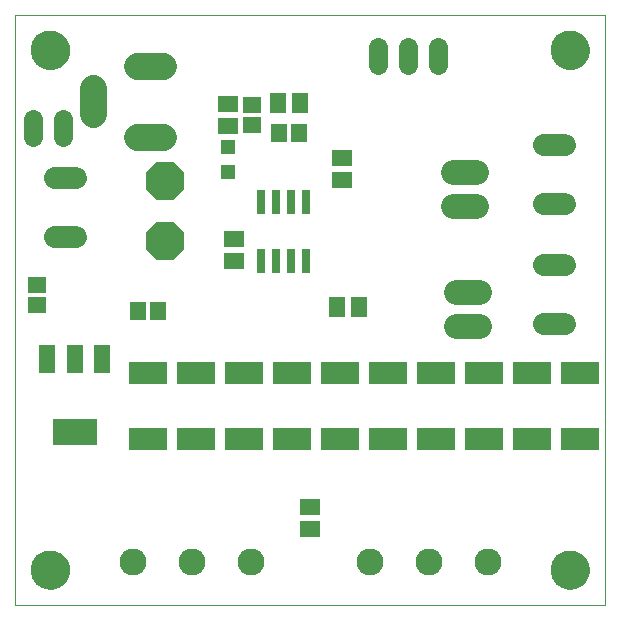
<source format=gts>
G75*
%MOIN*%
%OFA0B0*%
%FSLAX25Y25*%
%IPPOS*%
%LPD*%
%AMOC8*
5,1,8,0,0,1.08239X$1,22.5*
%
%ADD10C,0.00000*%
%ADD11C,0.12998*%
%ADD12R,0.06306X0.05518*%
%ADD13R,0.05518X0.06306*%
%ADD14OC8,0.12800*%
%ADD15C,0.09000*%
%ADD16R,0.05124X0.05124*%
%ADD17R,0.12998X0.07487*%
%ADD18R,0.06699X0.05518*%
%ADD19R,0.05518X0.06699*%
%ADD20C,0.08200*%
%ADD21R,0.02762X0.08195*%
%ADD22C,0.07450*%
%ADD23R,0.05200X0.09200*%
%ADD24R,0.14573X0.09061*%
%ADD25C,0.06400*%
%ADD26C,0.09000*%
D10*
X0002300Y0040837D02*
X0199150Y0040837D01*
X0199150Y0237687D01*
X0002300Y0237687D01*
X0002300Y0040837D01*
X0007812Y0052648D02*
X0007814Y0052806D01*
X0007820Y0052964D01*
X0007830Y0053122D01*
X0007844Y0053280D01*
X0007862Y0053437D01*
X0007883Y0053594D01*
X0007909Y0053750D01*
X0007939Y0053906D01*
X0007972Y0054061D01*
X0008010Y0054214D01*
X0008051Y0054367D01*
X0008096Y0054519D01*
X0008145Y0054670D01*
X0008198Y0054819D01*
X0008254Y0054967D01*
X0008314Y0055113D01*
X0008378Y0055258D01*
X0008446Y0055401D01*
X0008517Y0055543D01*
X0008591Y0055683D01*
X0008669Y0055820D01*
X0008751Y0055956D01*
X0008835Y0056090D01*
X0008924Y0056221D01*
X0009015Y0056350D01*
X0009110Y0056477D01*
X0009207Y0056602D01*
X0009308Y0056724D01*
X0009412Y0056843D01*
X0009519Y0056960D01*
X0009629Y0057074D01*
X0009742Y0057185D01*
X0009857Y0057294D01*
X0009975Y0057399D01*
X0010096Y0057501D01*
X0010219Y0057601D01*
X0010345Y0057697D01*
X0010473Y0057790D01*
X0010603Y0057880D01*
X0010736Y0057966D01*
X0010871Y0058050D01*
X0011007Y0058129D01*
X0011146Y0058206D01*
X0011287Y0058278D01*
X0011429Y0058348D01*
X0011573Y0058413D01*
X0011719Y0058475D01*
X0011866Y0058533D01*
X0012015Y0058588D01*
X0012165Y0058639D01*
X0012316Y0058686D01*
X0012468Y0058729D01*
X0012621Y0058768D01*
X0012776Y0058804D01*
X0012931Y0058835D01*
X0013087Y0058863D01*
X0013243Y0058887D01*
X0013400Y0058907D01*
X0013558Y0058923D01*
X0013715Y0058935D01*
X0013874Y0058943D01*
X0014032Y0058947D01*
X0014190Y0058947D01*
X0014348Y0058943D01*
X0014507Y0058935D01*
X0014664Y0058923D01*
X0014822Y0058907D01*
X0014979Y0058887D01*
X0015135Y0058863D01*
X0015291Y0058835D01*
X0015446Y0058804D01*
X0015601Y0058768D01*
X0015754Y0058729D01*
X0015906Y0058686D01*
X0016057Y0058639D01*
X0016207Y0058588D01*
X0016356Y0058533D01*
X0016503Y0058475D01*
X0016649Y0058413D01*
X0016793Y0058348D01*
X0016935Y0058278D01*
X0017076Y0058206D01*
X0017215Y0058129D01*
X0017351Y0058050D01*
X0017486Y0057966D01*
X0017619Y0057880D01*
X0017749Y0057790D01*
X0017877Y0057697D01*
X0018003Y0057601D01*
X0018126Y0057501D01*
X0018247Y0057399D01*
X0018365Y0057294D01*
X0018480Y0057185D01*
X0018593Y0057074D01*
X0018703Y0056960D01*
X0018810Y0056843D01*
X0018914Y0056724D01*
X0019015Y0056602D01*
X0019112Y0056477D01*
X0019207Y0056350D01*
X0019298Y0056221D01*
X0019387Y0056090D01*
X0019471Y0055956D01*
X0019553Y0055820D01*
X0019631Y0055683D01*
X0019705Y0055543D01*
X0019776Y0055401D01*
X0019844Y0055258D01*
X0019908Y0055113D01*
X0019968Y0054967D01*
X0020024Y0054819D01*
X0020077Y0054670D01*
X0020126Y0054519D01*
X0020171Y0054367D01*
X0020212Y0054214D01*
X0020250Y0054061D01*
X0020283Y0053906D01*
X0020313Y0053750D01*
X0020339Y0053594D01*
X0020360Y0053437D01*
X0020378Y0053280D01*
X0020392Y0053122D01*
X0020402Y0052964D01*
X0020408Y0052806D01*
X0020410Y0052648D01*
X0020408Y0052490D01*
X0020402Y0052332D01*
X0020392Y0052174D01*
X0020378Y0052016D01*
X0020360Y0051859D01*
X0020339Y0051702D01*
X0020313Y0051546D01*
X0020283Y0051390D01*
X0020250Y0051235D01*
X0020212Y0051082D01*
X0020171Y0050929D01*
X0020126Y0050777D01*
X0020077Y0050626D01*
X0020024Y0050477D01*
X0019968Y0050329D01*
X0019908Y0050183D01*
X0019844Y0050038D01*
X0019776Y0049895D01*
X0019705Y0049753D01*
X0019631Y0049613D01*
X0019553Y0049476D01*
X0019471Y0049340D01*
X0019387Y0049206D01*
X0019298Y0049075D01*
X0019207Y0048946D01*
X0019112Y0048819D01*
X0019015Y0048694D01*
X0018914Y0048572D01*
X0018810Y0048453D01*
X0018703Y0048336D01*
X0018593Y0048222D01*
X0018480Y0048111D01*
X0018365Y0048002D01*
X0018247Y0047897D01*
X0018126Y0047795D01*
X0018003Y0047695D01*
X0017877Y0047599D01*
X0017749Y0047506D01*
X0017619Y0047416D01*
X0017486Y0047330D01*
X0017351Y0047246D01*
X0017215Y0047167D01*
X0017076Y0047090D01*
X0016935Y0047018D01*
X0016793Y0046948D01*
X0016649Y0046883D01*
X0016503Y0046821D01*
X0016356Y0046763D01*
X0016207Y0046708D01*
X0016057Y0046657D01*
X0015906Y0046610D01*
X0015754Y0046567D01*
X0015601Y0046528D01*
X0015446Y0046492D01*
X0015291Y0046461D01*
X0015135Y0046433D01*
X0014979Y0046409D01*
X0014822Y0046389D01*
X0014664Y0046373D01*
X0014507Y0046361D01*
X0014348Y0046353D01*
X0014190Y0046349D01*
X0014032Y0046349D01*
X0013874Y0046353D01*
X0013715Y0046361D01*
X0013558Y0046373D01*
X0013400Y0046389D01*
X0013243Y0046409D01*
X0013087Y0046433D01*
X0012931Y0046461D01*
X0012776Y0046492D01*
X0012621Y0046528D01*
X0012468Y0046567D01*
X0012316Y0046610D01*
X0012165Y0046657D01*
X0012015Y0046708D01*
X0011866Y0046763D01*
X0011719Y0046821D01*
X0011573Y0046883D01*
X0011429Y0046948D01*
X0011287Y0047018D01*
X0011146Y0047090D01*
X0011007Y0047167D01*
X0010871Y0047246D01*
X0010736Y0047330D01*
X0010603Y0047416D01*
X0010473Y0047506D01*
X0010345Y0047599D01*
X0010219Y0047695D01*
X0010096Y0047795D01*
X0009975Y0047897D01*
X0009857Y0048002D01*
X0009742Y0048111D01*
X0009629Y0048222D01*
X0009519Y0048336D01*
X0009412Y0048453D01*
X0009308Y0048572D01*
X0009207Y0048694D01*
X0009110Y0048819D01*
X0009015Y0048946D01*
X0008924Y0049075D01*
X0008835Y0049206D01*
X0008751Y0049340D01*
X0008669Y0049476D01*
X0008591Y0049613D01*
X0008517Y0049753D01*
X0008446Y0049895D01*
X0008378Y0050038D01*
X0008314Y0050183D01*
X0008254Y0050329D01*
X0008198Y0050477D01*
X0008145Y0050626D01*
X0008096Y0050777D01*
X0008051Y0050929D01*
X0008010Y0051082D01*
X0007972Y0051235D01*
X0007939Y0051390D01*
X0007909Y0051546D01*
X0007883Y0051702D01*
X0007862Y0051859D01*
X0007844Y0052016D01*
X0007830Y0052174D01*
X0007820Y0052332D01*
X0007814Y0052490D01*
X0007812Y0052648D01*
X0007812Y0225876D02*
X0007814Y0226034D01*
X0007820Y0226192D01*
X0007830Y0226350D01*
X0007844Y0226508D01*
X0007862Y0226665D01*
X0007883Y0226822D01*
X0007909Y0226978D01*
X0007939Y0227134D01*
X0007972Y0227289D01*
X0008010Y0227442D01*
X0008051Y0227595D01*
X0008096Y0227747D01*
X0008145Y0227898D01*
X0008198Y0228047D01*
X0008254Y0228195D01*
X0008314Y0228341D01*
X0008378Y0228486D01*
X0008446Y0228629D01*
X0008517Y0228771D01*
X0008591Y0228911D01*
X0008669Y0229048D01*
X0008751Y0229184D01*
X0008835Y0229318D01*
X0008924Y0229449D01*
X0009015Y0229578D01*
X0009110Y0229705D01*
X0009207Y0229830D01*
X0009308Y0229952D01*
X0009412Y0230071D01*
X0009519Y0230188D01*
X0009629Y0230302D01*
X0009742Y0230413D01*
X0009857Y0230522D01*
X0009975Y0230627D01*
X0010096Y0230729D01*
X0010219Y0230829D01*
X0010345Y0230925D01*
X0010473Y0231018D01*
X0010603Y0231108D01*
X0010736Y0231194D01*
X0010871Y0231278D01*
X0011007Y0231357D01*
X0011146Y0231434D01*
X0011287Y0231506D01*
X0011429Y0231576D01*
X0011573Y0231641D01*
X0011719Y0231703D01*
X0011866Y0231761D01*
X0012015Y0231816D01*
X0012165Y0231867D01*
X0012316Y0231914D01*
X0012468Y0231957D01*
X0012621Y0231996D01*
X0012776Y0232032D01*
X0012931Y0232063D01*
X0013087Y0232091D01*
X0013243Y0232115D01*
X0013400Y0232135D01*
X0013558Y0232151D01*
X0013715Y0232163D01*
X0013874Y0232171D01*
X0014032Y0232175D01*
X0014190Y0232175D01*
X0014348Y0232171D01*
X0014507Y0232163D01*
X0014664Y0232151D01*
X0014822Y0232135D01*
X0014979Y0232115D01*
X0015135Y0232091D01*
X0015291Y0232063D01*
X0015446Y0232032D01*
X0015601Y0231996D01*
X0015754Y0231957D01*
X0015906Y0231914D01*
X0016057Y0231867D01*
X0016207Y0231816D01*
X0016356Y0231761D01*
X0016503Y0231703D01*
X0016649Y0231641D01*
X0016793Y0231576D01*
X0016935Y0231506D01*
X0017076Y0231434D01*
X0017215Y0231357D01*
X0017351Y0231278D01*
X0017486Y0231194D01*
X0017619Y0231108D01*
X0017749Y0231018D01*
X0017877Y0230925D01*
X0018003Y0230829D01*
X0018126Y0230729D01*
X0018247Y0230627D01*
X0018365Y0230522D01*
X0018480Y0230413D01*
X0018593Y0230302D01*
X0018703Y0230188D01*
X0018810Y0230071D01*
X0018914Y0229952D01*
X0019015Y0229830D01*
X0019112Y0229705D01*
X0019207Y0229578D01*
X0019298Y0229449D01*
X0019387Y0229318D01*
X0019471Y0229184D01*
X0019553Y0229048D01*
X0019631Y0228911D01*
X0019705Y0228771D01*
X0019776Y0228629D01*
X0019844Y0228486D01*
X0019908Y0228341D01*
X0019968Y0228195D01*
X0020024Y0228047D01*
X0020077Y0227898D01*
X0020126Y0227747D01*
X0020171Y0227595D01*
X0020212Y0227442D01*
X0020250Y0227289D01*
X0020283Y0227134D01*
X0020313Y0226978D01*
X0020339Y0226822D01*
X0020360Y0226665D01*
X0020378Y0226508D01*
X0020392Y0226350D01*
X0020402Y0226192D01*
X0020408Y0226034D01*
X0020410Y0225876D01*
X0020408Y0225718D01*
X0020402Y0225560D01*
X0020392Y0225402D01*
X0020378Y0225244D01*
X0020360Y0225087D01*
X0020339Y0224930D01*
X0020313Y0224774D01*
X0020283Y0224618D01*
X0020250Y0224463D01*
X0020212Y0224310D01*
X0020171Y0224157D01*
X0020126Y0224005D01*
X0020077Y0223854D01*
X0020024Y0223705D01*
X0019968Y0223557D01*
X0019908Y0223411D01*
X0019844Y0223266D01*
X0019776Y0223123D01*
X0019705Y0222981D01*
X0019631Y0222841D01*
X0019553Y0222704D01*
X0019471Y0222568D01*
X0019387Y0222434D01*
X0019298Y0222303D01*
X0019207Y0222174D01*
X0019112Y0222047D01*
X0019015Y0221922D01*
X0018914Y0221800D01*
X0018810Y0221681D01*
X0018703Y0221564D01*
X0018593Y0221450D01*
X0018480Y0221339D01*
X0018365Y0221230D01*
X0018247Y0221125D01*
X0018126Y0221023D01*
X0018003Y0220923D01*
X0017877Y0220827D01*
X0017749Y0220734D01*
X0017619Y0220644D01*
X0017486Y0220558D01*
X0017351Y0220474D01*
X0017215Y0220395D01*
X0017076Y0220318D01*
X0016935Y0220246D01*
X0016793Y0220176D01*
X0016649Y0220111D01*
X0016503Y0220049D01*
X0016356Y0219991D01*
X0016207Y0219936D01*
X0016057Y0219885D01*
X0015906Y0219838D01*
X0015754Y0219795D01*
X0015601Y0219756D01*
X0015446Y0219720D01*
X0015291Y0219689D01*
X0015135Y0219661D01*
X0014979Y0219637D01*
X0014822Y0219617D01*
X0014664Y0219601D01*
X0014507Y0219589D01*
X0014348Y0219581D01*
X0014190Y0219577D01*
X0014032Y0219577D01*
X0013874Y0219581D01*
X0013715Y0219589D01*
X0013558Y0219601D01*
X0013400Y0219617D01*
X0013243Y0219637D01*
X0013087Y0219661D01*
X0012931Y0219689D01*
X0012776Y0219720D01*
X0012621Y0219756D01*
X0012468Y0219795D01*
X0012316Y0219838D01*
X0012165Y0219885D01*
X0012015Y0219936D01*
X0011866Y0219991D01*
X0011719Y0220049D01*
X0011573Y0220111D01*
X0011429Y0220176D01*
X0011287Y0220246D01*
X0011146Y0220318D01*
X0011007Y0220395D01*
X0010871Y0220474D01*
X0010736Y0220558D01*
X0010603Y0220644D01*
X0010473Y0220734D01*
X0010345Y0220827D01*
X0010219Y0220923D01*
X0010096Y0221023D01*
X0009975Y0221125D01*
X0009857Y0221230D01*
X0009742Y0221339D01*
X0009629Y0221450D01*
X0009519Y0221564D01*
X0009412Y0221681D01*
X0009308Y0221800D01*
X0009207Y0221922D01*
X0009110Y0222047D01*
X0009015Y0222174D01*
X0008924Y0222303D01*
X0008835Y0222434D01*
X0008751Y0222568D01*
X0008669Y0222704D01*
X0008591Y0222841D01*
X0008517Y0222981D01*
X0008446Y0223123D01*
X0008378Y0223266D01*
X0008314Y0223411D01*
X0008254Y0223557D01*
X0008198Y0223705D01*
X0008145Y0223854D01*
X0008096Y0224005D01*
X0008051Y0224157D01*
X0008010Y0224310D01*
X0007972Y0224463D01*
X0007939Y0224618D01*
X0007909Y0224774D01*
X0007883Y0224930D01*
X0007862Y0225087D01*
X0007844Y0225244D01*
X0007830Y0225402D01*
X0007820Y0225560D01*
X0007814Y0225718D01*
X0007812Y0225876D01*
X0181040Y0225876D02*
X0181042Y0226034D01*
X0181048Y0226192D01*
X0181058Y0226350D01*
X0181072Y0226508D01*
X0181090Y0226665D01*
X0181111Y0226822D01*
X0181137Y0226978D01*
X0181167Y0227134D01*
X0181200Y0227289D01*
X0181238Y0227442D01*
X0181279Y0227595D01*
X0181324Y0227747D01*
X0181373Y0227898D01*
X0181426Y0228047D01*
X0181482Y0228195D01*
X0181542Y0228341D01*
X0181606Y0228486D01*
X0181674Y0228629D01*
X0181745Y0228771D01*
X0181819Y0228911D01*
X0181897Y0229048D01*
X0181979Y0229184D01*
X0182063Y0229318D01*
X0182152Y0229449D01*
X0182243Y0229578D01*
X0182338Y0229705D01*
X0182435Y0229830D01*
X0182536Y0229952D01*
X0182640Y0230071D01*
X0182747Y0230188D01*
X0182857Y0230302D01*
X0182970Y0230413D01*
X0183085Y0230522D01*
X0183203Y0230627D01*
X0183324Y0230729D01*
X0183447Y0230829D01*
X0183573Y0230925D01*
X0183701Y0231018D01*
X0183831Y0231108D01*
X0183964Y0231194D01*
X0184099Y0231278D01*
X0184235Y0231357D01*
X0184374Y0231434D01*
X0184515Y0231506D01*
X0184657Y0231576D01*
X0184801Y0231641D01*
X0184947Y0231703D01*
X0185094Y0231761D01*
X0185243Y0231816D01*
X0185393Y0231867D01*
X0185544Y0231914D01*
X0185696Y0231957D01*
X0185849Y0231996D01*
X0186004Y0232032D01*
X0186159Y0232063D01*
X0186315Y0232091D01*
X0186471Y0232115D01*
X0186628Y0232135D01*
X0186786Y0232151D01*
X0186943Y0232163D01*
X0187102Y0232171D01*
X0187260Y0232175D01*
X0187418Y0232175D01*
X0187576Y0232171D01*
X0187735Y0232163D01*
X0187892Y0232151D01*
X0188050Y0232135D01*
X0188207Y0232115D01*
X0188363Y0232091D01*
X0188519Y0232063D01*
X0188674Y0232032D01*
X0188829Y0231996D01*
X0188982Y0231957D01*
X0189134Y0231914D01*
X0189285Y0231867D01*
X0189435Y0231816D01*
X0189584Y0231761D01*
X0189731Y0231703D01*
X0189877Y0231641D01*
X0190021Y0231576D01*
X0190163Y0231506D01*
X0190304Y0231434D01*
X0190443Y0231357D01*
X0190579Y0231278D01*
X0190714Y0231194D01*
X0190847Y0231108D01*
X0190977Y0231018D01*
X0191105Y0230925D01*
X0191231Y0230829D01*
X0191354Y0230729D01*
X0191475Y0230627D01*
X0191593Y0230522D01*
X0191708Y0230413D01*
X0191821Y0230302D01*
X0191931Y0230188D01*
X0192038Y0230071D01*
X0192142Y0229952D01*
X0192243Y0229830D01*
X0192340Y0229705D01*
X0192435Y0229578D01*
X0192526Y0229449D01*
X0192615Y0229318D01*
X0192699Y0229184D01*
X0192781Y0229048D01*
X0192859Y0228911D01*
X0192933Y0228771D01*
X0193004Y0228629D01*
X0193072Y0228486D01*
X0193136Y0228341D01*
X0193196Y0228195D01*
X0193252Y0228047D01*
X0193305Y0227898D01*
X0193354Y0227747D01*
X0193399Y0227595D01*
X0193440Y0227442D01*
X0193478Y0227289D01*
X0193511Y0227134D01*
X0193541Y0226978D01*
X0193567Y0226822D01*
X0193588Y0226665D01*
X0193606Y0226508D01*
X0193620Y0226350D01*
X0193630Y0226192D01*
X0193636Y0226034D01*
X0193638Y0225876D01*
X0193636Y0225718D01*
X0193630Y0225560D01*
X0193620Y0225402D01*
X0193606Y0225244D01*
X0193588Y0225087D01*
X0193567Y0224930D01*
X0193541Y0224774D01*
X0193511Y0224618D01*
X0193478Y0224463D01*
X0193440Y0224310D01*
X0193399Y0224157D01*
X0193354Y0224005D01*
X0193305Y0223854D01*
X0193252Y0223705D01*
X0193196Y0223557D01*
X0193136Y0223411D01*
X0193072Y0223266D01*
X0193004Y0223123D01*
X0192933Y0222981D01*
X0192859Y0222841D01*
X0192781Y0222704D01*
X0192699Y0222568D01*
X0192615Y0222434D01*
X0192526Y0222303D01*
X0192435Y0222174D01*
X0192340Y0222047D01*
X0192243Y0221922D01*
X0192142Y0221800D01*
X0192038Y0221681D01*
X0191931Y0221564D01*
X0191821Y0221450D01*
X0191708Y0221339D01*
X0191593Y0221230D01*
X0191475Y0221125D01*
X0191354Y0221023D01*
X0191231Y0220923D01*
X0191105Y0220827D01*
X0190977Y0220734D01*
X0190847Y0220644D01*
X0190714Y0220558D01*
X0190579Y0220474D01*
X0190443Y0220395D01*
X0190304Y0220318D01*
X0190163Y0220246D01*
X0190021Y0220176D01*
X0189877Y0220111D01*
X0189731Y0220049D01*
X0189584Y0219991D01*
X0189435Y0219936D01*
X0189285Y0219885D01*
X0189134Y0219838D01*
X0188982Y0219795D01*
X0188829Y0219756D01*
X0188674Y0219720D01*
X0188519Y0219689D01*
X0188363Y0219661D01*
X0188207Y0219637D01*
X0188050Y0219617D01*
X0187892Y0219601D01*
X0187735Y0219589D01*
X0187576Y0219581D01*
X0187418Y0219577D01*
X0187260Y0219577D01*
X0187102Y0219581D01*
X0186943Y0219589D01*
X0186786Y0219601D01*
X0186628Y0219617D01*
X0186471Y0219637D01*
X0186315Y0219661D01*
X0186159Y0219689D01*
X0186004Y0219720D01*
X0185849Y0219756D01*
X0185696Y0219795D01*
X0185544Y0219838D01*
X0185393Y0219885D01*
X0185243Y0219936D01*
X0185094Y0219991D01*
X0184947Y0220049D01*
X0184801Y0220111D01*
X0184657Y0220176D01*
X0184515Y0220246D01*
X0184374Y0220318D01*
X0184235Y0220395D01*
X0184099Y0220474D01*
X0183964Y0220558D01*
X0183831Y0220644D01*
X0183701Y0220734D01*
X0183573Y0220827D01*
X0183447Y0220923D01*
X0183324Y0221023D01*
X0183203Y0221125D01*
X0183085Y0221230D01*
X0182970Y0221339D01*
X0182857Y0221450D01*
X0182747Y0221564D01*
X0182640Y0221681D01*
X0182536Y0221800D01*
X0182435Y0221922D01*
X0182338Y0222047D01*
X0182243Y0222174D01*
X0182152Y0222303D01*
X0182063Y0222434D01*
X0181979Y0222568D01*
X0181897Y0222704D01*
X0181819Y0222841D01*
X0181745Y0222981D01*
X0181674Y0223123D01*
X0181606Y0223266D01*
X0181542Y0223411D01*
X0181482Y0223557D01*
X0181426Y0223705D01*
X0181373Y0223854D01*
X0181324Y0224005D01*
X0181279Y0224157D01*
X0181238Y0224310D01*
X0181200Y0224463D01*
X0181167Y0224618D01*
X0181137Y0224774D01*
X0181111Y0224930D01*
X0181090Y0225087D01*
X0181072Y0225244D01*
X0181058Y0225402D01*
X0181048Y0225560D01*
X0181042Y0225718D01*
X0181040Y0225876D01*
X0181040Y0052648D02*
X0181042Y0052806D01*
X0181048Y0052964D01*
X0181058Y0053122D01*
X0181072Y0053280D01*
X0181090Y0053437D01*
X0181111Y0053594D01*
X0181137Y0053750D01*
X0181167Y0053906D01*
X0181200Y0054061D01*
X0181238Y0054214D01*
X0181279Y0054367D01*
X0181324Y0054519D01*
X0181373Y0054670D01*
X0181426Y0054819D01*
X0181482Y0054967D01*
X0181542Y0055113D01*
X0181606Y0055258D01*
X0181674Y0055401D01*
X0181745Y0055543D01*
X0181819Y0055683D01*
X0181897Y0055820D01*
X0181979Y0055956D01*
X0182063Y0056090D01*
X0182152Y0056221D01*
X0182243Y0056350D01*
X0182338Y0056477D01*
X0182435Y0056602D01*
X0182536Y0056724D01*
X0182640Y0056843D01*
X0182747Y0056960D01*
X0182857Y0057074D01*
X0182970Y0057185D01*
X0183085Y0057294D01*
X0183203Y0057399D01*
X0183324Y0057501D01*
X0183447Y0057601D01*
X0183573Y0057697D01*
X0183701Y0057790D01*
X0183831Y0057880D01*
X0183964Y0057966D01*
X0184099Y0058050D01*
X0184235Y0058129D01*
X0184374Y0058206D01*
X0184515Y0058278D01*
X0184657Y0058348D01*
X0184801Y0058413D01*
X0184947Y0058475D01*
X0185094Y0058533D01*
X0185243Y0058588D01*
X0185393Y0058639D01*
X0185544Y0058686D01*
X0185696Y0058729D01*
X0185849Y0058768D01*
X0186004Y0058804D01*
X0186159Y0058835D01*
X0186315Y0058863D01*
X0186471Y0058887D01*
X0186628Y0058907D01*
X0186786Y0058923D01*
X0186943Y0058935D01*
X0187102Y0058943D01*
X0187260Y0058947D01*
X0187418Y0058947D01*
X0187576Y0058943D01*
X0187735Y0058935D01*
X0187892Y0058923D01*
X0188050Y0058907D01*
X0188207Y0058887D01*
X0188363Y0058863D01*
X0188519Y0058835D01*
X0188674Y0058804D01*
X0188829Y0058768D01*
X0188982Y0058729D01*
X0189134Y0058686D01*
X0189285Y0058639D01*
X0189435Y0058588D01*
X0189584Y0058533D01*
X0189731Y0058475D01*
X0189877Y0058413D01*
X0190021Y0058348D01*
X0190163Y0058278D01*
X0190304Y0058206D01*
X0190443Y0058129D01*
X0190579Y0058050D01*
X0190714Y0057966D01*
X0190847Y0057880D01*
X0190977Y0057790D01*
X0191105Y0057697D01*
X0191231Y0057601D01*
X0191354Y0057501D01*
X0191475Y0057399D01*
X0191593Y0057294D01*
X0191708Y0057185D01*
X0191821Y0057074D01*
X0191931Y0056960D01*
X0192038Y0056843D01*
X0192142Y0056724D01*
X0192243Y0056602D01*
X0192340Y0056477D01*
X0192435Y0056350D01*
X0192526Y0056221D01*
X0192615Y0056090D01*
X0192699Y0055956D01*
X0192781Y0055820D01*
X0192859Y0055683D01*
X0192933Y0055543D01*
X0193004Y0055401D01*
X0193072Y0055258D01*
X0193136Y0055113D01*
X0193196Y0054967D01*
X0193252Y0054819D01*
X0193305Y0054670D01*
X0193354Y0054519D01*
X0193399Y0054367D01*
X0193440Y0054214D01*
X0193478Y0054061D01*
X0193511Y0053906D01*
X0193541Y0053750D01*
X0193567Y0053594D01*
X0193588Y0053437D01*
X0193606Y0053280D01*
X0193620Y0053122D01*
X0193630Y0052964D01*
X0193636Y0052806D01*
X0193638Y0052648D01*
X0193636Y0052490D01*
X0193630Y0052332D01*
X0193620Y0052174D01*
X0193606Y0052016D01*
X0193588Y0051859D01*
X0193567Y0051702D01*
X0193541Y0051546D01*
X0193511Y0051390D01*
X0193478Y0051235D01*
X0193440Y0051082D01*
X0193399Y0050929D01*
X0193354Y0050777D01*
X0193305Y0050626D01*
X0193252Y0050477D01*
X0193196Y0050329D01*
X0193136Y0050183D01*
X0193072Y0050038D01*
X0193004Y0049895D01*
X0192933Y0049753D01*
X0192859Y0049613D01*
X0192781Y0049476D01*
X0192699Y0049340D01*
X0192615Y0049206D01*
X0192526Y0049075D01*
X0192435Y0048946D01*
X0192340Y0048819D01*
X0192243Y0048694D01*
X0192142Y0048572D01*
X0192038Y0048453D01*
X0191931Y0048336D01*
X0191821Y0048222D01*
X0191708Y0048111D01*
X0191593Y0048002D01*
X0191475Y0047897D01*
X0191354Y0047795D01*
X0191231Y0047695D01*
X0191105Y0047599D01*
X0190977Y0047506D01*
X0190847Y0047416D01*
X0190714Y0047330D01*
X0190579Y0047246D01*
X0190443Y0047167D01*
X0190304Y0047090D01*
X0190163Y0047018D01*
X0190021Y0046948D01*
X0189877Y0046883D01*
X0189731Y0046821D01*
X0189584Y0046763D01*
X0189435Y0046708D01*
X0189285Y0046657D01*
X0189134Y0046610D01*
X0188982Y0046567D01*
X0188829Y0046528D01*
X0188674Y0046492D01*
X0188519Y0046461D01*
X0188363Y0046433D01*
X0188207Y0046409D01*
X0188050Y0046389D01*
X0187892Y0046373D01*
X0187735Y0046361D01*
X0187576Y0046353D01*
X0187418Y0046349D01*
X0187260Y0046349D01*
X0187102Y0046353D01*
X0186943Y0046361D01*
X0186786Y0046373D01*
X0186628Y0046389D01*
X0186471Y0046409D01*
X0186315Y0046433D01*
X0186159Y0046461D01*
X0186004Y0046492D01*
X0185849Y0046528D01*
X0185696Y0046567D01*
X0185544Y0046610D01*
X0185393Y0046657D01*
X0185243Y0046708D01*
X0185094Y0046763D01*
X0184947Y0046821D01*
X0184801Y0046883D01*
X0184657Y0046948D01*
X0184515Y0047018D01*
X0184374Y0047090D01*
X0184235Y0047167D01*
X0184099Y0047246D01*
X0183964Y0047330D01*
X0183831Y0047416D01*
X0183701Y0047506D01*
X0183573Y0047599D01*
X0183447Y0047695D01*
X0183324Y0047795D01*
X0183203Y0047897D01*
X0183085Y0048002D01*
X0182970Y0048111D01*
X0182857Y0048222D01*
X0182747Y0048336D01*
X0182640Y0048453D01*
X0182536Y0048572D01*
X0182435Y0048694D01*
X0182338Y0048819D01*
X0182243Y0048946D01*
X0182152Y0049075D01*
X0182063Y0049206D01*
X0181979Y0049340D01*
X0181897Y0049476D01*
X0181819Y0049613D01*
X0181745Y0049753D01*
X0181674Y0049895D01*
X0181606Y0050038D01*
X0181542Y0050183D01*
X0181482Y0050329D01*
X0181426Y0050477D01*
X0181373Y0050626D01*
X0181324Y0050777D01*
X0181279Y0050929D01*
X0181238Y0051082D01*
X0181200Y0051235D01*
X0181167Y0051390D01*
X0181137Y0051546D01*
X0181111Y0051702D01*
X0181090Y0051859D01*
X0181072Y0052016D01*
X0181058Y0052174D01*
X0181048Y0052332D01*
X0181042Y0052490D01*
X0181040Y0052648D01*
D11*
X0187339Y0052648D03*
X0187339Y0225876D03*
X0014111Y0225876D03*
X0014111Y0052648D03*
D12*
X0009800Y0140991D03*
X0009800Y0147683D03*
X0081300Y0200991D03*
X0081300Y0207683D03*
D13*
X0090454Y0198337D03*
X0097146Y0198337D03*
X0050146Y0138837D03*
X0043454Y0138837D03*
D14*
X0052300Y0162337D03*
X0052300Y0182337D03*
D15*
X0051600Y0197026D02*
X0043000Y0197026D01*
X0028402Y0204537D02*
X0028402Y0213137D01*
X0043000Y0220648D02*
X0051600Y0220648D01*
D16*
X0073300Y0193471D03*
X0073300Y0185203D03*
D17*
X0078800Y0118361D03*
X0062800Y0118361D03*
X0046800Y0118361D03*
X0046800Y0096313D03*
X0062800Y0096313D03*
X0078800Y0096313D03*
X0094800Y0096313D03*
X0110800Y0096313D03*
X0126800Y0096313D03*
X0142800Y0096313D03*
X0158800Y0096313D03*
X0174800Y0096313D03*
X0190800Y0096313D03*
X0190800Y0118361D03*
X0174800Y0118361D03*
X0158800Y0118361D03*
X0142800Y0118361D03*
X0126800Y0118361D03*
X0110800Y0118361D03*
X0094800Y0118361D03*
D18*
X0075300Y0155597D03*
X0075300Y0163077D03*
X0073300Y0200597D03*
X0073300Y0208077D03*
X0111300Y0190077D03*
X0111300Y0182597D03*
X0100800Y0073577D03*
X0100800Y0066097D03*
D19*
X0109560Y0140337D03*
X0117040Y0140337D03*
X0097540Y0208337D03*
X0090060Y0208337D03*
D20*
X0148400Y0185337D02*
X0156200Y0185337D01*
X0156200Y0173837D02*
X0148400Y0173837D01*
X0149400Y0145337D02*
X0157200Y0145337D01*
X0157200Y0133837D02*
X0149400Y0133837D01*
D21*
X0099300Y0155593D03*
X0094300Y0155593D03*
X0089300Y0155593D03*
X0084300Y0155593D03*
X0084300Y0175081D03*
X0089300Y0175081D03*
X0094300Y0175081D03*
X0099300Y0175081D03*
D22*
X0022825Y0183180D02*
X0015775Y0183180D01*
X0015775Y0163494D02*
X0022825Y0163494D01*
X0178775Y0154180D02*
X0185825Y0154180D01*
X0185825Y0134494D02*
X0178775Y0134494D01*
X0178775Y0174494D02*
X0185825Y0174494D01*
X0185825Y0194180D02*
X0178775Y0194180D01*
D23*
X0031400Y0123037D03*
X0022300Y0123037D03*
X0013200Y0123037D03*
D24*
X0022300Y0098636D03*
D25*
X0018300Y0196837D02*
X0018300Y0202837D01*
X0008300Y0202837D02*
X0008300Y0196837D01*
X0123300Y0220837D02*
X0123300Y0226837D01*
X0133300Y0226837D02*
X0133300Y0220837D01*
X0143300Y0220837D02*
X0143300Y0226837D01*
D26*
X0140300Y0055337D03*
X0120615Y0055337D03*
X0080985Y0055337D03*
X0061300Y0055337D03*
X0041615Y0055337D03*
X0159985Y0055337D03*
M02*

</source>
